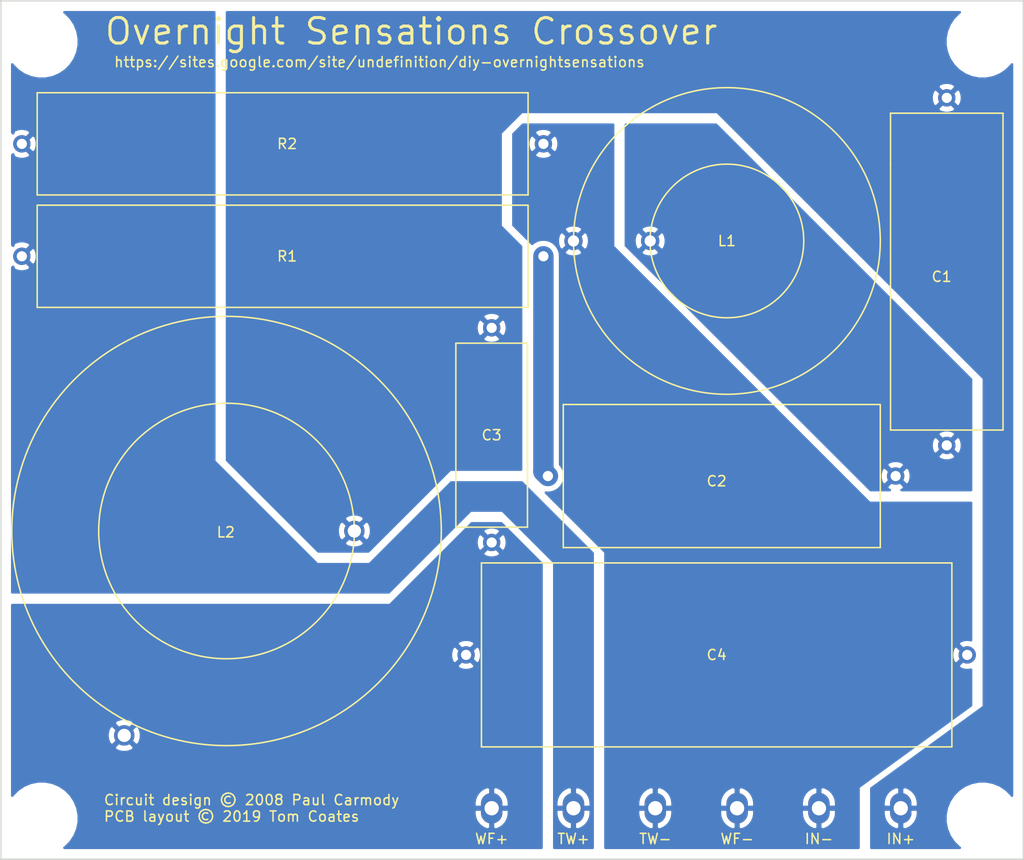
<source format=kicad_pcb>
(kicad_pcb (version 20171130) (host pcbnew "(5.1.2)-2")

  (general
    (thickness 1.6)
    (drawings 21)
    (tracks 2)
    (zones 0)
    (modules 18)
    (nets 7)
  )

  (page A4)
  (layers
    (0 F.Cu signal)
    (31 B.Cu signal)
    (37 F.SilkS user)
    (38 B.Mask user)
    (39 F.Mask user)
    (44 Edge.Cuts user)
    (45 Margin user)
    (46 B.CrtYd user)
    (47 F.CrtYd user)
  )

  (setup
    (last_trace_width 2)
    (user_trace_width 1)
    (user_trace_width 2)
    (trace_clearance 0.2)
    (zone_clearance 0.508)
    (zone_45_only no)
    (trace_min 0.2)
    (via_size 0.8)
    (via_drill 0.4)
    (via_min_size 0.4)
    (via_min_drill 0.3)
    (uvia_size 0.3)
    (uvia_drill 0.1)
    (uvias_allowed no)
    (uvia_min_size 0.2)
    (uvia_min_drill 0.1)
    (edge_width 0.15)
    (segment_width 0.2)
    (pcb_text_width 0.3)
    (pcb_text_size 1.5 1.5)
    (mod_edge_width 0.15)
    (mod_text_size 1 1)
    (mod_text_width 0.15)
    (pad_size 3.5 3.5)
    (pad_drill 3.5)
    (pad_to_mask_clearance 0.051)
    (solder_mask_min_width 0.25)
    (aux_axis_origin 0 0)
    (visible_elements FFFFFF7F)
    (pcbplotparams
      (layerselection 0x01060_fffffffe)
      (usegerberextensions false)
      (usegerberattributes false)
      (usegerberadvancedattributes false)
      (creategerberjobfile false)
      (excludeedgelayer true)
      (linewidth 0.100000)
      (plotframeref false)
      (viasonmask false)
      (mode 1)
      (useauxorigin false)
      (hpglpennumber 1)
      (hpglpenspeed 20)
      (hpglpendiameter 15.000000)
      (psnegative false)
      (psa4output false)
      (plotreference true)
      (plotvalue false)
      (plotinvisibletext false)
      (padsonsilk false)
      (subtractmaskfromsilk false)
      (outputformat 1)
      (mirror false)
      (drillshape 0)
      (scaleselection 1)
      (outputdirectory ""))
  )

  (net 0 "")
  (net 1 "Net-(C1-Pad1)")
  (net 2 "Net-(C1-Pad2)")
  (net 3 "Net-(C2-Pad1)")
  (net 4 "Net-(C3-Pad1)")
  (net 5 GND)
  (net 6 "Net-(J3-Pad1)")

  (net_class Default "This is the default net class."
    (clearance 0.2)
    (trace_width 0.25)
    (via_dia 0.8)
    (via_drill 0.4)
    (uvia_dia 0.3)
    (uvia_drill 0.1)
    (add_net GND)
    (add_net "Net-(C1-Pad1)")
    (add_net "Net-(C1-Pad2)")
    (add_net "Net-(C2-Pad1)")
    (add_net "Net-(C3-Pad1)")
    (add_net "Net-(J3-Pad1)")
  )

  (module Crossover:NPTH_3.5mm_antipad_7mm (layer F.Cu) (tedit 5D364850) (tstamp 5D363208)
    (at 147 122)
    (path /5D34BBDF)
    (fp_text reference NPTH4 (at 0 4.5) (layer F.SilkS) hide
      (effects (font (size 1 1) (thickness 0.15)))
    )
    (fp_text value 3.5mm (at 0 -4.5) (layer F.Fab)
      (effects (font (size 1 1) (thickness 0.15)))
    )
    (pad "" np_thru_hole circle (at 0 0) (size 3.5 3.5) (drill 3.5) (layers *.Cu *.Mask)
      (clearance 1.75))
  )

  (module Crossover:NPTH_3.5mm_antipad_7mm (layer F.Cu) (tedit 5D364850) (tstamp 5D363214)
    (at 147 46)
    (path /5D34BB19)
    (fp_text reference NPTH3 (at 0 4.5) (layer F.SilkS) hide
      (effects (font (size 1 1) (thickness 0.15)))
    )
    (fp_text value 3.5mm (at 0 -4.5) (layer F.Fab)
      (effects (font (size 1 1) (thickness 0.15)))
    )
    (pad "" np_thru_hole circle (at 0 0) (size 3.5 3.5) (drill 3.5) (layers *.Cu *.Mask)
      (clearance 1.75))
  )

  (module Crossover:NPTH_3.5mm_antipad_7mm (layer F.Cu) (tedit 5D364850) (tstamp 5D363220)
    (at 55 122)
    (path /5D34BA53)
    (fp_text reference NPTH2 (at 0 4.5) (layer F.SilkS) hide
      (effects (font (size 1 1) (thickness 0.15)))
    )
    (fp_text value 3.5mm (at 0 -4.5) (layer F.Fab)
      (effects (font (size 1 1) (thickness 0.15)))
    )
    (pad "" np_thru_hole circle (at 0 0) (size 3.5 3.5) (drill 3.5) (layers *.Cu *.Mask)
      (clearance 1.75))
  )

  (module Crossover:NPTH_3.5mm_antipad_7mm (layer F.Cu) (tedit 5D364850) (tstamp 5D36322C)
    (at 55 46)
    (path /5D34B1E5)
    (fp_text reference NPTH1 (at 0 4.5) (layer F.SilkS) hide
      (effects (font (size 1 1) (thickness 0.15)))
    )
    (fp_text value 3.5mm (at 0 -4.5) (layer F.Fab)
      (effects (font (size 1 1) (thickness 0.15)))
    )
    (pad "" np_thru_hole circle (at 0 0) (size 3.5 3.5) (drill 3.5) (layers *.Cu *.Mask)
      (clearance 1.75))
  )

  (module Crossover:DMPC-6.8 (layer F.Cu) (tedit 5D363E45) (tstamp 5D326BEF)
    (at 121 106 180)
    (path /5D2A393C)
    (fp_text reference C4 (at 0 0) (layer F.SilkS)
      (effects (font (size 1 1) (thickness 0.15)))
    )
    (fp_text value 6u8 (at -19.5 10) (layer F.Fab)
      (effects (font (size 1 1) (thickness 0.15)))
    )
    (fp_line (start -23 -1) (end -23 -9) (layer F.CrtYd) (width 0.12))
    (fp_line (start -25.5 -1) (end -23 -1) (layer F.CrtYd) (width 0.12))
    (fp_line (start -25.5 1) (end -25.5 -1) (layer F.CrtYd) (width 0.12))
    (fp_line (start -23 1) (end -25.5 1) (layer F.CrtYd) (width 0.12))
    (fp_line (start -23 9) (end -23 1) (layer F.CrtYd) (width 0.12))
    (fp_line (start 23 9) (end -23 9) (layer F.CrtYd) (width 0.12))
    (fp_line (start 23 1) (end 23 9) (layer F.CrtYd) (width 0.12))
    (fp_line (start 25.5 1) (end 23 1) (layer F.CrtYd) (width 0.12))
    (fp_line (start 25.5 -1) (end 25.5 1) (layer F.CrtYd) (width 0.12))
    (fp_line (start 23 -1) (end 25.5 -1) (layer F.CrtYd) (width 0.12))
    (fp_line (start 23 -9) (end 23 -1) (layer F.CrtYd) (width 0.12))
    (fp_line (start -23 -9) (end 23 -9) (layer F.CrtYd) (width 0.12))
    (fp_line (start -23 0) (end -23 -9) (layer F.SilkS) (width 0.15))
    (fp_line (start -23 -9) (end 23 -9) (layer F.SilkS) (width 0.15))
    (fp_line (start 23 -9) (end 23 9) (layer F.SilkS) (width 0.15))
    (fp_line (start 23 9) (end -23 9) (layer F.SilkS) (width 0.15))
    (fp_line (start -23 9) (end -23 0) (layer F.SilkS) (width 0.15))
    (pad 1 thru_hole circle (at -24.5 0 180) (size 1.7 1.7) (drill 1) (layers *.Cu *.Mask)
      (net 5 GND))
    (pad 2 thru_hole circle (at 24.5 0 180) (size 1.7 1.7) (drill 1) (layers *.Cu *.Mask)
      (net 4 "Net-(C3-Pad1)"))
  )

  (module Crossover:255-252 (layer F.Cu) (tedit 5D3257B5) (tstamp 5D326645)
    (at 73.075001 93.875001 90)
    (path /5D2A36E4)
    (fp_text reference L2 (at -0.124999 -0.075001 180) (layer F.SilkS)
      (effects (font (size 1 1) (thickness 0.15)))
    )
    (fp_text value 1m1 (at 0 0 90) (layer F.Fab)
      (effects (font (size 1 1) (thickness 0.15)))
    )
    (fp_circle (center 0 0) (end 21 0) (layer F.SilkS) (width 0.15))
    (fp_circle (center 0 0) (end 12.5 0) (layer F.SilkS) (width 0.15))
    (fp_line (start -21 -21) (end 21 -21) (layer F.CrtYd) (width 0.12))
    (fp_line (start 21 -21) (end 21 21) (layer F.CrtYd) (width 0.12))
    (fp_line (start 21 21) (end -21 21) (layer F.CrtYd) (width 0.12))
    (fp_line (start -21 21) (end -21 -9) (layer F.CrtYd) (width 0.12))
    (fp_line (start -21 -9) (end -21 -21) (layer F.CrtYd) (width 0.12))
    (pad 1 thru_hole circle (at 0 12.5 90) (size 2 2) (drill 1.3) (layers *.Cu *.Mask)
      (net 2 "Net-(C1-Pad2)"))
    (pad 2 thru_hole circle (at -20 -10 90) (size 2 2) (drill 1.3) (layers *.Cu *.Mask)
      (net 4 "Net-(C3-Pad1)"))
  )

  (module Crossover:DMPC-1.5 (layer F.Cu) (tedit 5D325813) (tstamp 5D326FB8)
    (at 143.5 68.5 90)
    (path /5D2A30F2)
    (fp_text reference C1 (at -0.5 -0.5 180) (layer F.SilkS)
      (effects (font (size 1 1) (thickness 0.15)))
    )
    (fp_text value 1u5 (at -12 6.5 90) (layer F.Fab)
      (effects (font (size 1 1) (thickness 0.15)))
    )
    (fp_line (start -15.5 -5.5) (end 10.5 -5.5) (layer F.SilkS) (width 0.15))
    (fp_line (start 10.5 -5.5) (end 15.5 -5.5) (layer F.SilkS) (width 0.15))
    (fp_line (start 15.5 -5.5) (end 15.5 5.5) (layer F.SilkS) (width 0.15))
    (fp_line (start 15.5 5.5) (end -15.5 5.5) (layer F.SilkS) (width 0.15))
    (fp_line (start -15.5 5.5) (end -15.5 -5.5) (layer F.SilkS) (width 0.15))
    (fp_line (start -15.5 -5.5) (end 15.5 -5.5) (layer F.CrtYd) (width 0.15))
    (fp_line (start 15.5 5.5) (end -15.5 5.5) (layer F.CrtYd) (width 0.15))
    (fp_line (start 15.5 -5.5) (end 15.5 -1) (layer F.CrtYd) (width 0.12))
    (fp_line (start 15.5 -1) (end 18 -1) (layer F.CrtYd) (width 0.12))
    (fp_line (start 18 -1) (end 18 1) (layer F.CrtYd) (width 0.12))
    (fp_line (start 18 1) (end 15.5 1) (layer F.CrtYd) (width 0.12))
    (fp_line (start 15.5 1) (end 15.5 5.5) (layer F.CrtYd) (width 0.12))
    (fp_line (start -15.5 5.5) (end -15.5 1) (layer F.CrtYd) (width 0.12))
    (fp_line (start -15.5 1) (end -18 1) (layer F.CrtYd) (width 0.12))
    (fp_line (start -18 1) (end -18 -1) (layer F.CrtYd) (width 0.12))
    (fp_line (start -18 -1) (end -15.5 -1) (layer F.CrtYd) (width 0.12))
    (fp_line (start -15.5 -1) (end -15.5 -5.5) (layer F.CrtYd) (width 0.12))
    (pad 1 thru_hole circle (at -17 0 90) (size 1.7 1.7) (drill 1) (layers *.Cu *.Mask)
      (net 1 "Net-(C1-Pad1)"))
    (pad 2 thru_hole circle (at 17 0 90) (size 1.7 1.7) (drill 1) (layers *.Cu *.Mask)
      (net 2 "Net-(C1-Pad2)"))
  )

  (module Crossover:DMPC-2.2 (layer F.Cu) (tedit 5D325841) (tstamp 5D326AFD)
    (at 121.5 88.5)
    (path /5D2A3208)
    (fp_text reference C2 (at -0.5 0.5) (layer F.SilkS)
      (effects (font (size 1 1) (thickness 0.15)))
    )
    (fp_text value 2u2 (at -12 8) (layer F.Fab)
      (effects (font (size 1 1) (thickness 0.15)))
    )
    (fp_line (start -15.5 -7) (end 15.5 -7) (layer F.SilkS) (width 0.15))
    (fp_line (start 15.5 -7) (end 15.5 7) (layer F.SilkS) (width 0.15))
    (fp_line (start 15.5 7) (end -15.5 7) (layer F.SilkS) (width 0.15))
    (fp_line (start -15.5 7) (end -15.5 -7) (layer F.SilkS) (width 0.15))
    (fp_line (start -15.5 -7) (end 15.5 -7) (layer F.CrtYd) (width 0.15))
    (fp_line (start 15.5 7) (end -15.5 7) (layer F.CrtYd) (width 0.15))
    (fp_line (start -15.5 7) (end -15.5 1) (layer F.CrtYd) (width 0.12))
    (fp_line (start -15.5 1) (end -18 1) (layer F.CrtYd) (width 0.12))
    (fp_line (start -18 1) (end -18 -1) (layer F.CrtYd) (width 0.12))
    (fp_line (start -18 -1) (end -15.5 -1) (layer F.CrtYd) (width 0.12))
    (fp_line (start -15.5 -1) (end -15.5 -7) (layer F.CrtYd) (width 0.12))
    (fp_line (start 15.5 -7) (end 15.5 -1) (layer F.CrtYd) (width 0.12))
    (fp_line (start 15.5 -1) (end 18 -1) (layer F.CrtYd) (width 0.12))
    (fp_line (start 18 -1) (end 18 1) (layer F.CrtYd) (width 0.12))
    (fp_line (start 18 1) (end 15.5 1) (layer F.CrtYd) (width 0.12))
    (fp_line (start 15.5 1) (end 15.5 7) (layer F.CrtYd) (width 0.12))
    (pad 1 thru_hole circle (at -17 0) (size 1.7 1.7) (drill 1) (layers *.Cu *.Mask)
      (net 3 "Net-(C2-Pad1)"))
    (pad 2 thru_hole circle (at 17 0) (size 1.7 1.7) (drill 1) (layers *.Cu *.Mask)
      (net 1 "Net-(C1-Pad1)"))
  )

  (module Crossover:DMPC-0.22 (layer F.Cu) (tedit 5D3257DE) (tstamp 5D3265DB)
    (at 99 84.5 90)
    (path /5D2A3694)
    (fp_text reference C3 (at 0 0 180) (layer F.SilkS)
      (effects (font (size 1 1) (thickness 0.15)))
    )
    (fp_text value 220n (at -5 4.5 90) (layer F.Fab)
      (effects (font (size 1 1) (thickness 0.15)))
    )
    (fp_line (start -9 -3.5) (end 9 -3.5) (layer F.SilkS) (width 0.15))
    (fp_line (start 9 -3.5) (end 9 3.5) (layer F.SilkS) (width 0.15))
    (fp_line (start 9 3.5) (end -9 3.5) (layer F.SilkS) (width 0.15))
    (fp_line (start -9 3.5) (end -9 -3.5) (layer F.SilkS) (width 0.15))
    (fp_line (start -9 -3.5) (end 9 -3.5) (layer F.CrtYd) (width 0.12))
    (fp_line (start 9 -3.5) (end 9 -1) (layer F.CrtYd) (width 0.12))
    (fp_line (start 9 -1) (end 11.5 -1) (layer F.CrtYd) (width 0.12))
    (fp_line (start 11.5 -1) (end 11.5 1) (layer F.CrtYd) (width 0.12))
    (fp_line (start 11.5 1) (end 9 1) (layer F.CrtYd) (width 0.12))
    (fp_line (start 9 1) (end 9 3.5) (layer F.CrtYd) (width 0.12))
    (fp_line (start 9 3.5) (end -9 3.5) (layer F.CrtYd) (width 0.12))
    (fp_line (start -9 3.5) (end -9 1) (layer F.CrtYd) (width 0.12))
    (fp_line (start -9 1) (end -11.5 1) (layer F.CrtYd) (width 0.12))
    (fp_line (start -11.5 1) (end -11.5 -1) (layer F.CrtYd) (width 0.12))
    (fp_line (start -11.5 -1) (end -9 -1) (layer F.CrtYd) (width 0.12))
    (fp_line (start -9 -1) (end -9 -3.5) (layer F.CrtYd) (width 0.12))
    (pad 1 thru_hole circle (at -10.5 0 90) (size 1.7 1.7) (drill 1) (layers *.Cu *.Mask)
      (net 4 "Net-(C3-Pad1)"))
    (pad 2 thru_hole circle (at 10.5 0 90) (size 1.7 1.7) (drill 1) (layers *.Cu *.Mask)
      (net 2 "Net-(C1-Pad2)"))
  )

  (module Crossover:TAB_378005.68 (layer F.Cu) (tedit 5D322A3F) (tstamp 5D3505B5)
    (at 139 121 90)
    (path /5D2A2FF5)
    (fp_text reference J1 (at 0 -2 90) (layer F.SilkS) hide
      (effects (font (size 1 1) (thickness 0.15)))
    )
    (fp_text value IN+ (at 0 2 90) (layer F.Fab)
      (effects (font (size 1 1) (thickness 0.15)))
    )
    (fp_line (start -1.6 -1.2) (end 1.6 -1.2) (layer F.CrtYd) (width 0.15))
    (fp_line (start 1.6 -1.2) (end 1.6 1.2) (layer F.CrtYd) (width 0.15))
    (fp_line (start 1.6 1.2) (end -1.6 1.2) (layer F.CrtYd) (width 0.15))
    (fp_line (start -1.6 1.2) (end -1.6 -1.2) (layer F.CrtYd) (width 0.15))
    (pad 1 thru_hole oval (at 0 0 90) (size 3 2.1) (drill 1.4) (layers *.Cu *.Mask)
      (net 2 "Net-(C1-Pad2)"))
  )

  (module Crossover:TAB_378005.68 (layer F.Cu) (tedit 5D322A3F) (tstamp 5D326604)
    (at 131 121 90)
    (path /5D2A307E)
    (fp_text reference J2 (at 0 -2 90) (layer F.SilkS) hide
      (effects (font (size 1 1) (thickness 0.15)))
    )
    (fp_text value IN- (at 0 2 90) (layer F.Fab)
      (effects (font (size 1 1) (thickness 0.15)))
    )
    (fp_line (start -1.6 1.2) (end -1.6 -1.2) (layer F.CrtYd) (width 0.15))
    (fp_line (start 1.6 1.2) (end -1.6 1.2) (layer F.CrtYd) (width 0.15))
    (fp_line (start 1.6 -1.2) (end 1.6 1.2) (layer F.CrtYd) (width 0.15))
    (fp_line (start -1.6 -1.2) (end 1.6 -1.2) (layer F.CrtYd) (width 0.15))
    (pad 1 thru_hole oval (at 0 0 90) (size 3 2.1) (drill 1.4) (layers *.Cu *.Mask)
      (net 5 GND))
  )

  (module Crossover:TAB_378005.68 (layer F.Cu) (tedit 5D322A3F) (tstamp 5D32660D)
    (at 107 121 90)
    (path /5D2A3431)
    (fp_text reference J3 (at 0 -2 90) (layer F.SilkS) hide
      (effects (font (size 1 1) (thickness 0.15)))
    )
    (fp_text value TW+ (at 0 2 90) (layer F.Fab)
      (effects (font (size 1 1) (thickness 0.15)))
    )
    (fp_line (start -1.6 -1.2) (end 1.6 -1.2) (layer F.CrtYd) (width 0.15))
    (fp_line (start 1.6 -1.2) (end 1.6 1.2) (layer F.CrtYd) (width 0.15))
    (fp_line (start 1.6 1.2) (end -1.6 1.2) (layer F.CrtYd) (width 0.15))
    (fp_line (start -1.6 1.2) (end -1.6 -1.2) (layer F.CrtYd) (width 0.15))
    (pad 1 thru_hole oval (at 0 0 90) (size 3 2.1) (drill 1.4) (layers *.Cu *.Mask)
      (net 6 "Net-(J3-Pad1)"))
  )

  (module Crossover:TAB_378005.68 (layer F.Cu) (tedit 5D322A3F) (tstamp 5D350541)
    (at 115 121 90)
    (path /5D2A3438)
    (fp_text reference J4 (at 0 -2 90) (layer F.SilkS) hide
      (effects (font (size 1 1) (thickness 0.15)))
    )
    (fp_text value TW- (at 0 2 90) (layer F.Fab)
      (effects (font (size 1 1) (thickness 0.15)))
    )
    (fp_line (start -1.6 1.2) (end -1.6 -1.2) (layer F.CrtYd) (width 0.15))
    (fp_line (start 1.6 1.2) (end -1.6 1.2) (layer F.CrtYd) (width 0.15))
    (fp_line (start 1.6 -1.2) (end 1.6 1.2) (layer F.CrtYd) (width 0.15))
    (fp_line (start -1.6 -1.2) (end 1.6 -1.2) (layer F.CrtYd) (width 0.15))
    (pad 1 thru_hole oval (at 0 0 90) (size 3 2.1) (drill 1.4) (layers *.Cu *.Mask)
      (net 5 GND))
  )

  (module Crossover:TAB_378005.68 (layer F.Cu) (tedit 5D322A3F) (tstamp 5D350492)
    (at 99 121 90)
    (path /5D2A3661)
    (fp_text reference J5 (at 0 -2 90) (layer F.SilkS) hide
      (effects (font (size 1 1) (thickness 0.15)))
    )
    (fp_text value WF+ (at 0 2 90) (layer F.Fab)
      (effects (font (size 1 1) (thickness 0.15)))
    )
    (fp_line (start -1.6 -1.2) (end 1.6 -1.2) (layer F.CrtYd) (width 0.15))
    (fp_line (start 1.6 -1.2) (end 1.6 1.2) (layer F.CrtYd) (width 0.15))
    (fp_line (start 1.6 1.2) (end -1.6 1.2) (layer F.CrtYd) (width 0.15))
    (fp_line (start -1.6 1.2) (end -1.6 -1.2) (layer F.CrtYd) (width 0.15))
    (pad 1 thru_hole oval (at 0 0 90) (size 3 2.1) (drill 1.4) (layers *.Cu *.Mask)
      (net 4 "Net-(C3-Pad1)"))
  )

  (module Crossover:TAB_378005.68 (layer F.Cu) (tedit 5D322A3F) (tstamp 5D326628)
    (at 123 121 90)
    (path /5D2A3668)
    (fp_text reference J6 (at 0 -2 90) (layer F.SilkS) hide
      (effects (font (size 1 1) (thickness 0.15)))
    )
    (fp_text value WF- (at 0 2 90) (layer F.Fab)
      (effects (font (size 1 1) (thickness 0.15)))
    )
    (fp_line (start -1.6 1.2) (end -1.6 -1.2) (layer F.CrtYd) (width 0.15))
    (fp_line (start 1.6 1.2) (end -1.6 1.2) (layer F.CrtYd) (width 0.15))
    (fp_line (start 1.6 -1.2) (end 1.6 1.2) (layer F.CrtYd) (width 0.15))
    (fp_line (start -1.6 -1.2) (end 1.6 -1.2) (layer F.CrtYd) (width 0.15))
    (pad 1 thru_hole oval (at 0 0 90) (size 3 2.1) (drill 1.4) (layers *.Cu *.Mask)
      (net 5 GND))
  )

  (module Crossover:255-030 (layer F.Cu) (tedit 5D32573E) (tstamp 5D3279B4)
    (at 122 65.5)
    (path /5D2A3197)
    (fp_text reference L1 (at 0 0) (layer F.SilkS)
      (effects (font (size 1 1) (thickness 0.15)))
    )
    (fp_text value 350m (at 0 0.25) (layer F.Fab)
      (effects (font (size 1 1) (thickness 0.15)))
    )
    (fp_circle (center 0 0) (end 15 0) (layer F.SilkS) (width 0.15))
    (fp_circle (center 0 0) (end 7.5 0.5) (layer F.SilkS) (width 0.15))
    (fp_line (start -15 -15) (end 15 -15) (layer F.CrtYd) (width 0.12))
    (fp_line (start 15 -15) (end 15 15) (layer F.CrtYd) (width 0.12))
    (fp_line (start 15 15) (end -15 15) (layer F.CrtYd) (width 0.12))
    (fp_line (start -15 15) (end -15 1) (layer F.CrtYd) (width 0.12))
    (fp_line (start -15 1) (end -16 1) (layer F.CrtYd) (width 0.12))
    (fp_line (start -16 1) (end -16 -1) (layer F.CrtYd) (width 0.12))
    (fp_line (start -16 -1) (end -15 -1) (layer F.CrtYd) (width 0.12))
    (fp_line (start -15 -1) (end -15 -15) (layer F.CrtYd) (width 0.12))
    (pad 1 thru_hole circle (at -15 0) (size 1.8 1.8) (drill 1.1) (layers *.Cu *.Mask)
      (net 5 GND))
    (pad 2 thru_hole circle (at -7.5 0) (size 1.8 1.8) (drill 1.1) (layers *.Cu *.Mask)
      (net 1 "Net-(C1-Pad1)"))
  )

  (module Crossover:DNR_10W (layer F.Cu) (tedit 5D3258F0) (tstamp 5D32723F)
    (at 78.560001 67)
    (path /5D2A3258)
    (fp_text reference R1 (at 0.439999 0) (layer F.SilkS)
      (effects (font (size 1 1) (thickness 0.15)))
    )
    (fp_text value 6R (at -21 6) (layer F.Fab)
      (effects (font (size 1 1) (thickness 0.15)))
    )
    (fp_line (start -24 -5) (end 24 -5) (layer F.SilkS) (width 0.15))
    (fp_line (start 24 -5) (end 24 5) (layer F.SilkS) (width 0.15))
    (fp_line (start 24 5) (end -24 5) (layer F.SilkS) (width 0.15))
    (fp_line (start -24 5) (end -24 -5) (layer F.SilkS) (width 0.15))
    (fp_line (start -24 -5) (end 24 -5) (layer F.CrtYd) (width 0.15))
    (fp_line (start 24 5) (end -24 5) (layer F.CrtYd) (width 0.15))
    (fp_line (start 24 -5) (end 24 -1) (layer F.CrtYd) (width 0.12))
    (fp_line (start 24 -1) (end 26.5 -1) (layer F.CrtYd) (width 0.12))
    (fp_line (start 26.5 -1) (end 26.5 1) (layer F.CrtYd) (width 0.12))
    (fp_line (start 26.5 1) (end 24 1) (layer F.CrtYd) (width 0.12))
    (fp_line (start 24 1) (end 24 5) (layer F.CrtYd) (width 0.12))
    (fp_line (start -24 5) (end -24 1) (layer F.CrtYd) (width 0.12))
    (fp_line (start -24 1) (end -26.5 1) (layer F.CrtYd) (width 0.12))
    (fp_line (start -26.5 1) (end -26.5 -1) (layer F.CrtYd) (width 0.12))
    (fp_line (start -26.5 -1) (end -24 -1) (layer F.CrtYd) (width 0.12))
    (fp_line (start -24 -1) (end -24 -5) (layer F.CrtYd) (width 0.12))
    (pad 1 thru_hole circle (at -25.5 0) (size 1.7 1.7) (drill 1) (layers *.Cu *.Mask)
      (net 6 "Net-(J3-Pad1)"))
    (pad 2 thru_hole circle (at 25.5 0) (size 1.7 1.7) (drill 1) (layers *.Cu *.Mask)
      (net 3 "Net-(C2-Pad1)"))
  )

  (module Crossover:DNR_10W (layer F.Cu) (tedit 5D3258F0) (tstamp 5D3272E9)
    (at 78.560001 56)
    (path /5D2A32DD)
    (fp_text reference R2 (at 0.439999 0) (layer F.SilkS)
      (effects (font (size 1 1) (thickness 0.15)))
    )
    (fp_text value 10R (at -21 6) (layer F.Fab)
      (effects (font (size 1 1) (thickness 0.15)))
    )
    (fp_line (start -24 -1) (end -24 -5) (layer F.CrtYd) (width 0.12))
    (fp_line (start -26.5 -1) (end -24 -1) (layer F.CrtYd) (width 0.12))
    (fp_line (start -26.5 1) (end -26.5 -1) (layer F.CrtYd) (width 0.12))
    (fp_line (start -24 1) (end -26.5 1) (layer F.CrtYd) (width 0.12))
    (fp_line (start -24 5) (end -24 1) (layer F.CrtYd) (width 0.12))
    (fp_line (start 24 1) (end 24 5) (layer F.CrtYd) (width 0.12))
    (fp_line (start 26.5 1) (end 24 1) (layer F.CrtYd) (width 0.12))
    (fp_line (start 26.5 -1) (end 26.5 1) (layer F.CrtYd) (width 0.12))
    (fp_line (start 24 -1) (end 26.5 -1) (layer F.CrtYd) (width 0.12))
    (fp_line (start 24 -5) (end 24 -1) (layer F.CrtYd) (width 0.12))
    (fp_line (start 24 5) (end -24 5) (layer F.CrtYd) (width 0.15))
    (fp_line (start -24 -5) (end 24 -5) (layer F.CrtYd) (width 0.15))
    (fp_line (start -24 5) (end -24 -5) (layer F.SilkS) (width 0.15))
    (fp_line (start 24 5) (end -24 5) (layer F.SilkS) (width 0.15))
    (fp_line (start 24 -5) (end 24 5) (layer F.SilkS) (width 0.15))
    (fp_line (start -24 -5) (end 24 -5) (layer F.SilkS) (width 0.15))
    (pad 2 thru_hole circle (at 25.5 0) (size 1.7 1.7) (drill 1) (layers *.Cu *.Mask)
      (net 5 GND))
    (pad 1 thru_hole circle (at -25.5 0) (size 1.7 1.7) (drill 1) (layers *.Cu *.Mask)
      (net 6 "Net-(J3-Pad1)"))
  )

  (gr_text "Circuit design © 2008 Paul Carmody\nPCB layout © 2019 Tom Coates" (at 61 121) (layer F.SilkS)
    (effects (font (size 1 1) (thickness 0.15)) (justify left))
  )
  (gr_text https://sites.google.com/site/undefinition/diy-overnightsensations (at 62 48) (layer F.SilkS)
    (effects (font (size 1 1) (thickness 0.15)) (justify left))
  )
  (gr_text "Overnight Sensations Crossover" (at 61 45) (layer F.SilkS)
    (effects (font (size 2.5 2.5) (thickness 0.3)) (justify left))
  )
  (gr_line (start 51 126) (end 51 119) (layer Edge.Cuts) (width 0.15) (tstamp 5D348D70))
  (gr_line (start 151 126) (end 51 126) (layer Edge.Cuts) (width 0.15))
  (gr_line (start 151 119) (end 151 126) (layer Edge.Cuts) (width 0.15))
  (gr_line (start 151 42) (end 151 49) (layer Edge.Cuts) (width 0.15) (tstamp 5D348D5D))
  (gr_line (start 51 42) (end 151 42) (layer Edge.Cuts) (width 0.15))
  (gr_line (start 51 49) (end 51 42) (layer Edge.Cuts) (width 0.15))
  (gr_line (start 51 49) (end 51 50) (layer Edge.Cuts) (width 0.15) (tstamp 5D3276F0))
  (gr_line (start 151 50) (end 151 49) (layer Edge.Cuts) (width 0.15))
  (gr_line (start 151 119) (end 151 116) (layer Edge.Cuts) (width 0.15) (tstamp 5D3276ED))
  (gr_line (start 51 116) (end 51 119) (layer Edge.Cuts) (width 0.15))
  (gr_text WF+ (at 99 124) (layer F.SilkS)
    (effects (font (size 1 1) (thickness 0.15)))
  )
  (gr_text TW+ (at 107 124) (layer F.SilkS)
    (effects (font (size 1 1) (thickness 0.15)))
  )
  (gr_text TW- (at 115 124) (layer F.SilkS)
    (effects (font (size 1 1) (thickness 0.15)))
  )
  (gr_text WF- (at 123 124) (layer F.SilkS)
    (effects (font (size 1 1) (thickness 0.15)))
  )
  (gr_text IN- (at 131 124) (layer F.SilkS)
    (effects (font (size 1 1) (thickness 0.15)))
  )
  (gr_text IN+ (at 139 124) (layer F.SilkS)
    (effects (font (size 1 1) (thickness 0.15)))
  )
  (gr_line (start 51 50) (end 51 116) (layer Edge.Cuts) (width 0.15))
  (gr_line (start 151 116) (end 151 50) (layer Edge.Cuts) (width 0.15))

  (segment (start 104.060001 88.060001) (end 104.5 88.5) (width 2) (layer B.Cu) (net 3))
  (segment (start 104.060001 67) (end 104.060001 88.060001) (width 2) (layer B.Cu) (net 3))

  (zone (net 4) (net_name "Net-(C3-Pad1)") (layer B.Cu) (tstamp 5D364925) (hatch edge 0.508)
    (connect_pads (clearance 0.508))
    (min_thickness 0.254)
    (fill yes (arc_segments 32) (thermal_gap 0.508) (thermal_bridge_width 0.508))
    (polygon
      (pts
        (xy 104 125) (xy 104 105) (xy 104 99) (xy 104 97) (xy 101 94)
        (xy 100 93) (xy 97 93) (xy 96 94) (xy 89 101) (xy 52 101)
        (xy 52 125)
      )
    )
    (filled_polygon
      (pts
        (xy 103.873 97.052606) (xy 103.873 124.873) (xy 57.22868 124.873) (xy 57.312078 124.817275) (xy 57.817275 124.312078)
        (xy 58.214206 123.718029) (xy 58.487617 123.057957) (xy 58.627 122.357228) (xy 58.627 121.642772) (xy 58.524408 121.127)
        (xy 97.315 121.127) (xy 97.315 121.577) (xy 97.372153 121.903287) (xy 97.491864 122.212154) (xy 97.669531 122.491732)
        (xy 97.898327 122.731277) (xy 98.16946 122.921583) (xy 98.47251 123.055337) (xy 98.611721 123.089654) (xy 98.873 122.970957)
        (xy 98.873 121.127) (xy 99.127 121.127) (xy 99.127 122.970957) (xy 99.388279 123.089654) (xy 99.52749 123.055337)
        (xy 99.83054 122.921583) (xy 100.101673 122.731277) (xy 100.330469 122.491732) (xy 100.508136 122.212154) (xy 100.627847 121.903287)
        (xy 100.685 121.577) (xy 100.685 121.127) (xy 99.127 121.127) (xy 98.873 121.127) (xy 97.315 121.127)
        (xy 58.524408 121.127) (xy 58.487617 120.942043) (xy 58.272623 120.423) (xy 97.315 120.423) (xy 97.315 120.873)
        (xy 98.873 120.873) (xy 98.873 119.029043) (xy 99.127 119.029043) (xy 99.127 120.873) (xy 100.685 120.873)
        (xy 100.685 120.423) (xy 100.627847 120.096713) (xy 100.508136 119.787846) (xy 100.330469 119.508268) (xy 100.101673 119.268723)
        (xy 99.83054 119.078417) (xy 99.52749 118.944663) (xy 99.388279 118.910346) (xy 99.127 119.029043) (xy 98.873 119.029043)
        (xy 98.611721 118.910346) (xy 98.47251 118.944663) (xy 98.16946 119.078417) (xy 97.898327 119.268723) (xy 97.669531 119.508268)
        (xy 97.491864 119.787846) (xy 97.372153 120.096713) (xy 97.315 120.423) (xy 58.272623 120.423) (xy 58.214206 120.281971)
        (xy 57.817275 119.687922) (xy 57.312078 119.182725) (xy 56.718029 118.785794) (xy 56.057957 118.512383) (xy 55.357228 118.373)
        (xy 54.642772 118.373) (xy 53.942043 118.512383) (xy 53.281971 118.785794) (xy 52.687922 119.182725) (xy 52.182725 119.687922)
        (xy 52.127 119.77132) (xy 52.127 115.010414) (xy 62.119193 115.010414) (xy 62.214957 115.274815) (xy 62.504572 115.415705)
        (xy 62.816109 115.497385) (xy 63.137596 115.516719) (xy 63.456676 115.472962) (xy 63.761089 115.367796) (xy 63.935045 115.274815)
        (xy 64.030809 115.010414) (xy 63.075001 114.054606) (xy 62.119193 115.010414) (xy 52.127 115.010414) (xy 52.127 113.937596)
        (xy 61.433283 113.937596) (xy 61.47704 114.256676) (xy 61.582206 114.561089) (xy 61.675187 114.735045) (xy 61.939588 114.830809)
        (xy 62.895396 113.875001) (xy 63.254606 113.875001) (xy 64.210414 114.830809) (xy 64.474815 114.735045) (xy 64.615705 114.44543)
        (xy 64.697385 114.133893) (xy 64.716719 113.812406) (xy 64.672962 113.493326) (xy 64.567796 113.188913) (xy 64.474815 113.014957)
        (xy 64.210414 112.919193) (xy 63.254606 113.875001) (xy 62.895396 113.875001) (xy 61.939588 112.919193) (xy 61.675187 113.014957)
        (xy 61.534297 113.304572) (xy 61.452617 113.616109) (xy 61.433283 113.937596) (xy 52.127 113.937596) (xy 52.127 112.739588)
        (xy 62.119193 112.739588) (xy 63.075001 113.695396) (xy 64.030809 112.739588) (xy 63.935045 112.475187) (xy 63.64543 112.334297)
        (xy 63.333893 112.252617) (xy 63.012406 112.233283) (xy 62.693326 112.27704) (xy 62.388913 112.382206) (xy 62.214957 112.475187)
        (xy 62.119193 112.739588) (xy 52.127 112.739588) (xy 52.127 107.028397) (xy 95.651208 107.028397) (xy 95.728843 107.277472)
        (xy 95.992883 107.403371) (xy 96.276411 107.475339) (xy 96.568531 107.490611) (xy 96.858019 107.448599) (xy 97.133747 107.350919)
        (xy 97.271157 107.277472) (xy 97.348792 107.028397) (xy 96.5 106.179605) (xy 95.651208 107.028397) (xy 52.127 107.028397)
        (xy 52.127 106.068531) (xy 95.009389 106.068531) (xy 95.051401 106.358019) (xy 95.149081 106.633747) (xy 95.222528 106.771157)
        (xy 95.471603 106.848792) (xy 96.320395 106) (xy 96.679605 106) (xy 97.528397 106.848792) (xy 97.777472 106.771157)
        (xy 97.903371 106.507117) (xy 97.975339 106.223589) (xy 97.990611 105.931469) (xy 97.948599 105.641981) (xy 97.850919 105.366253)
        (xy 97.777472 105.228843) (xy 97.528397 105.151208) (xy 96.679605 106) (xy 96.320395 106) (xy 95.471603 105.151208)
        (xy 95.222528 105.228843) (xy 95.096629 105.492883) (xy 95.024661 105.776411) (xy 95.009389 106.068531) (xy 52.127 106.068531)
        (xy 52.127 104.971603) (xy 95.651208 104.971603) (xy 96.5 105.820395) (xy 97.348792 104.971603) (xy 97.271157 104.722528)
        (xy 97.007117 104.596629) (xy 96.723589 104.524661) (xy 96.431469 104.509389) (xy 96.141981 104.551401) (xy 95.866253 104.649081)
        (xy 95.728843 104.722528) (xy 95.651208 104.971603) (xy 52.127 104.971603) (xy 52.127 101.127) (xy 89 101.127)
        (xy 89.024776 101.12456) (xy 89.048601 101.117333) (xy 89.070557 101.105597) (xy 89.089803 101.089803) (xy 94.151209 96.028397)
        (xy 98.151208 96.028397) (xy 98.228843 96.277472) (xy 98.492883 96.403371) (xy 98.776411 96.475339) (xy 99.068531 96.490611)
        (xy 99.358019 96.448599) (xy 99.633747 96.350919) (xy 99.771157 96.277472) (xy 99.848792 96.028397) (xy 99 95.179605)
        (xy 98.151208 96.028397) (xy 94.151209 96.028397) (xy 95.111075 95.068531) (xy 97.509389 95.068531) (xy 97.551401 95.358019)
        (xy 97.649081 95.633747) (xy 97.722528 95.771157) (xy 97.971603 95.848792) (xy 98.820395 95) (xy 99.179605 95)
        (xy 100.028397 95.848792) (xy 100.277472 95.771157) (xy 100.403371 95.507117) (xy 100.475339 95.223589) (xy 100.490611 94.931469)
        (xy 100.448599 94.641981) (xy 100.350919 94.366253) (xy 100.277472 94.228843) (xy 100.028397 94.151208) (xy 99.179605 95)
        (xy 98.820395 95) (xy 97.971603 94.151208) (xy 97.722528 94.228843) (xy 97.596629 94.492883) (xy 97.524661 94.776411)
        (xy 97.509389 95.068531) (xy 95.111075 95.068531) (xy 96.208003 93.971603) (xy 98.151208 93.971603) (xy 99 94.820395)
        (xy 99.848792 93.971603) (xy 99.771157 93.722528) (xy 99.507117 93.596629) (xy 99.223589 93.524661) (xy 98.931469 93.509389)
        (xy 98.641981 93.551401) (xy 98.366253 93.649081) (xy 98.228843 93.722528) (xy 98.151208 93.971603) (xy 96.208003 93.971603)
        (xy 97.052606 93.127) (xy 99.947394 93.127)
      )
    )
  )
  (zone (net 5) (net_name GND) (layer B.Cu) (tstamp 5D364922) (hatch edge 0.508)
    (connect_pads (clearance 0.508))
    (min_thickness 0.254)
    (fill yes (arc_segments 32) (thermal_gap 0.508) (thermal_bridge_width 0.508))
    (polygon
      (pts
        (xy 101 55) (xy 101 64) (xy 103 66) (xy 103 89) (xy 110 96)
        (xy 110 125) (xy 135 125) (xy 135 119) (xy 146 111) (xy 146 91)
        (xy 136 91) (xy 111 66) (xy 111 54) (xy 102 54)
      )
    )
    (filled_polygon
      (pts
        (xy 110.873 66) (xy 110.87544 66.024776) (xy 110.882667 66.048601) (xy 110.894403 66.070557) (xy 110.910197 66.089803)
        (xy 135.910197 91.089803) (xy 135.929443 91.105597) (xy 135.951399 91.117333) (xy 135.975224 91.12456) (xy 136 91.127)
        (xy 145.873 91.127) (xy 145.873 104.562586) (xy 145.723589 104.524661) (xy 145.431469 104.509389) (xy 145.141981 104.551401)
        (xy 144.866253 104.649081) (xy 144.728843 104.722528) (xy 144.651208 104.971603) (xy 145.5 105.820395) (xy 145.514143 105.806253)
        (xy 145.693748 105.985858) (xy 145.679605 106) (xy 145.693748 106.014143) (xy 145.514143 106.193748) (xy 145.5 106.179605)
        (xy 144.651208 107.028397) (xy 144.728843 107.277472) (xy 144.992883 107.403371) (xy 145.276411 107.475339) (xy 145.568531 107.490611)
        (xy 145.858019 107.448599) (xy 145.873 107.443292) (xy 145.873 110.935329) (xy 134.925302 118.897291) (xy 134.9067 118.913837)
        (xy 134.891683 118.933694) (xy 134.880829 118.9561) (xy 134.874554 118.980193) (xy 134.873 119) (xy 134.873 124.873)
        (xy 110.127 124.873) (xy 110.127 121.127) (xy 113.315 121.127) (xy 113.315 121.577) (xy 113.372153 121.903287)
        (xy 113.491864 122.212154) (xy 113.669531 122.491732) (xy 113.898327 122.731277) (xy 114.16946 122.921583) (xy 114.47251 123.055337)
        (xy 114.611721 123.089654) (xy 114.873 122.970957) (xy 114.873 121.127) (xy 115.127 121.127) (xy 115.127 122.970957)
        (xy 115.388279 123.089654) (xy 115.52749 123.055337) (xy 115.83054 122.921583) (xy 116.101673 122.731277) (xy 116.330469 122.491732)
        (xy 116.508136 122.212154) (xy 116.627847 121.903287) (xy 116.685 121.577) (xy 116.685 121.127) (xy 121.315 121.127)
        (xy 121.315 121.577) (xy 121.372153 121.903287) (xy 121.491864 122.212154) (xy 121.669531 122.491732) (xy 121.898327 122.731277)
        (xy 122.16946 122.921583) (xy 122.47251 123.055337) (xy 122.611721 123.089654) (xy 122.873 122.970957) (xy 122.873 121.127)
        (xy 123.127 121.127) (xy 123.127 122.970957) (xy 123.388279 123.089654) (xy 123.52749 123.055337) (xy 123.83054 122.921583)
        (xy 124.101673 122.731277) (xy 124.330469 122.491732) (xy 124.508136 122.212154) (xy 124.627847 121.903287) (xy 124.685 121.577)
        (xy 124.685 121.127) (xy 129.315 121.127) (xy 129.315 121.577) (xy 129.372153 121.903287) (xy 129.491864 122.212154)
        (xy 129.669531 122.491732) (xy 129.898327 122.731277) (xy 130.16946 122.921583) (xy 130.47251 123.055337) (xy 130.611721 123.089654)
        (xy 130.873 122.970957) (xy 130.873 121.127) (xy 131.127 121.127) (xy 131.127 122.970957) (xy 131.388279 123.089654)
        (xy 131.52749 123.055337) (xy 131.83054 122.921583) (xy 132.101673 122.731277) (xy 132.330469 122.491732) (xy 132.508136 122.212154)
        (xy 132.627847 121.903287) (xy 132.685 121.577) (xy 132.685 121.127) (xy 131.127 121.127) (xy 130.873 121.127)
        (xy 129.315 121.127) (xy 124.685 121.127) (xy 123.127 121.127) (xy 122.873 121.127) (xy 121.315 121.127)
        (xy 116.685 121.127) (xy 115.127 121.127) (xy 114.873 121.127) (xy 113.315 121.127) (xy 110.127 121.127)
        (xy 110.127 120.423) (xy 113.315 120.423) (xy 113.315 120.873) (xy 114.873 120.873) (xy 114.873 119.029043)
        (xy 115.127 119.029043) (xy 115.127 120.873) (xy 116.685 120.873) (xy 116.685 120.423) (xy 121.315 120.423)
        (xy 121.315 120.873) (xy 122.873 120.873) (xy 122.873 119.029043) (xy 123.127 119.029043) (xy 123.127 120.873)
        (xy 124.685 120.873) (xy 124.685 120.423) (xy 129.315 120.423) (xy 129.315 120.873) (xy 130.873 120.873)
        (xy 130.873 119.029043) (xy 131.127 119.029043) (xy 131.127 120.873) (xy 132.685 120.873) (xy 132.685 120.423)
        (xy 132.627847 120.096713) (xy 132.508136 119.787846) (xy 132.330469 119.508268) (xy 132.101673 119.268723) (xy 131.83054 119.078417)
        (xy 131.52749 118.944663) (xy 131.388279 118.910346) (xy 131.127 119.029043) (xy 130.873 119.029043) (xy 130.611721 118.910346)
        (xy 130.47251 118.944663) (xy 130.16946 119.078417) (xy 129.898327 119.268723) (xy 129.669531 119.508268) (xy 129.491864 119.787846)
        (xy 129.372153 120.096713) (xy 129.315 120.423) (xy 124.685 120.423) (xy 124.627847 120.096713) (xy 124.508136 119.787846)
        (xy 124.330469 119.508268) (xy 124.101673 119.268723) (xy 123.83054 119.078417) (xy 123.52749 118.944663) (xy 123.388279 118.910346)
        (xy 123.127 119.029043) (xy 122.873 119.029043) (xy 122.611721 118.910346) (xy 122.47251 118.944663) (xy 122.16946 119.078417)
        (xy 121.898327 119.268723) (xy 121.669531 119.508268) (xy 121.491864 119.787846) (xy 121.372153 120.096713) (xy 121.315 120.423)
        (xy 116.685 120.423) (xy 116.627847 120.096713) (xy 116.508136 119.787846) (xy 116.330469 119.508268) (xy 116.101673 119.268723)
        (xy 115.83054 119.078417) (xy 115.52749 118.944663) (xy 115.388279 118.910346) (xy 115.127 119.029043) (xy 114.873 119.029043)
        (xy 114.611721 118.910346) (xy 114.47251 118.944663) (xy 114.16946 119.078417) (xy 113.898327 119.268723) (xy 113.669531 119.508268)
        (xy 113.491864 119.787846) (xy 113.372153 120.096713) (xy 113.315 120.423) (xy 110.127 120.423) (xy 110.127 106.068531)
        (xy 144.009389 106.068531) (xy 144.051401 106.358019) (xy 144.149081 106.633747) (xy 144.222528 106.771157) (xy 144.471603 106.848792)
        (xy 145.320395 106) (xy 144.471603 105.151208) (xy 144.222528 105.228843) (xy 144.096629 105.492883) (xy 144.024661 105.776411)
        (xy 144.009389 106.068531) (xy 110.127 106.068531) (xy 110.127 96) (xy 110.12456 95.975224) (xy 110.117333 95.951399)
        (xy 110.105597 95.929443) (xy 110.089803 95.910197) (xy 104.303127 90.123521) (xy 104.5 90.142912) (xy 104.820516 90.111343)
        (xy 105.128715 90.017852) (xy 105.412752 89.86603) (xy 105.661713 89.661713) (xy 105.86603 89.412752) (xy 106.017852 89.128715)
        (xy 106.111343 88.820516) (xy 106.142912 88.5) (xy 106.111343 88.179483) (xy 106.017852 87.871286) (xy 105.86603 87.587248)
        (xy 105.712916 87.400677) (xy 105.695001 87.382762) (xy 105.695001 66.919678) (xy 105.671344 66.679484) (xy 105.636337 66.56408)
        (xy 106.115525 66.56408) (xy 106.199208 66.818261) (xy 106.471775 66.949158) (xy 106.764642 67.024365) (xy 107.066553 67.040991)
        (xy 107.365907 66.998397) (xy 107.651199 66.898222) (xy 107.800792 66.818261) (xy 107.884475 66.56408) (xy 107 65.679605)
        (xy 106.115525 66.56408) (xy 105.636337 66.56408) (xy 105.577853 66.371285) (xy 105.426032 66.087248) (xy 105.221715 65.838286)
        (xy 104.972752 65.633969) (xy 104.846626 65.566553) (xy 105.459009 65.566553) (xy 105.501603 65.865907) (xy 105.601778 66.151199)
        (xy 105.681739 66.300792) (xy 105.93592 66.384475) (xy 106.820395 65.5) (xy 107.179605 65.5) (xy 108.06408 66.384475)
        (xy 108.318261 66.300792) (xy 108.449158 66.028225) (xy 108.524365 65.735358) (xy 108.540991 65.433447) (xy 108.498397 65.134093)
        (xy 108.398222 64.848801) (xy 108.318261 64.699208) (xy 108.06408 64.615525) (xy 107.179605 65.5) (xy 106.820395 65.5)
        (xy 105.93592 64.615525) (xy 105.681739 64.699208) (xy 105.550842 64.971775) (xy 105.475635 65.264642) (xy 105.459009 65.566553)
        (xy 104.846626 65.566553) (xy 104.688715 65.482148) (xy 104.380516 65.388657) (xy 104.060001 65.357089) (xy 103.739485 65.388657)
        (xy 103.431286 65.482148) (xy 103.147249 65.633969) (xy 102.96398 65.784374) (xy 101.615526 64.43592) (xy 106.115525 64.43592)
        (xy 107 65.320395) (xy 107.884475 64.43592) (xy 107.800792 64.181739) (xy 107.528225 64.050842) (xy 107.235358 63.975635)
        (xy 106.933447 63.959009) (xy 106.634093 64.001603) (xy 106.348801 64.101778) (xy 106.199208 64.181739) (xy 106.115525 64.43592)
        (xy 101.615526 64.43592) (xy 101.127 63.947394) (xy 101.127 57.028397) (xy 103.211209 57.028397) (xy 103.288844 57.277472)
        (xy 103.552884 57.403371) (xy 103.836412 57.475339) (xy 104.128532 57.490611) (xy 104.41802 57.448599) (xy 104.693748 57.350919)
        (xy 104.831158 57.277472) (xy 104.908793 57.028397) (xy 104.060001 56.179605) (xy 103.211209 57.028397) (xy 101.127 57.028397)
        (xy 101.127 56.068531) (xy 102.56939 56.068531) (xy 102.611402 56.358019) (xy 102.709082 56.633747) (xy 102.782529 56.771157)
        (xy 103.031604 56.848792) (xy 103.880396 56) (xy 104.239606 56) (xy 105.088398 56.848792) (xy 105.337473 56.771157)
        (xy 105.463372 56.507117) (xy 105.53534 56.223589) (xy 105.550612 55.931469) (xy 105.5086 55.641981) (xy 105.41092 55.366253)
        (xy 105.337473 55.228843) (xy 105.088398 55.151208) (xy 104.239606 56) (xy 103.880396 56) (xy 103.031604 55.151208)
        (xy 102.782529 55.228843) (xy 102.65663 55.492883) (xy 102.584662 55.776411) (xy 102.56939 56.068531) (xy 101.127 56.068531)
        (xy 101.127 55.052606) (xy 101.208003 54.971603) (xy 103.211209 54.971603) (xy 104.060001 55.820395) (xy 104.908793 54.971603)
        (xy 104.831158 54.722528) (xy 104.567118 54.596629) (xy 104.28359 54.524661) (xy 103.99147 54.509389) (xy 103.701982 54.551401)
        (xy 103.426254 54.649081) (xy 103.288844 54.722528) (xy 103.211209 54.971603) (xy 101.208003 54.971603) (xy 102.052606 54.127)
        (xy 110.873 54.127)
      )
    )
  )
  (zone (net 6) (net_name "Net-(J3-Pad1)") (layer B.Cu) (tstamp 5D36491F) (hatch edge 0.508)
    (connect_pads (clearance 0.508))
    (min_thickness 0.254)
    (fill yes (arc_segments 32) (thermal_gap 0.508) (thermal_bridge_width 0.508))
    (polygon
      (pts
        (xy 95 89) (xy 87 97) (xy 82 97) (xy 72 87) (xy 72 43)
        (xy 52 43) (xy 52 100) (xy 89 100) (xy 97 92) (xy 100 92)
        (xy 102 94) (xy 105 97) (xy 105 125) (xy 109 125) (xy 109 113)
        (xy 109 96) (xy 102 89)
      )
    )
    (filled_polygon
      (pts
        (xy 71.873 87) (xy 71.87544 87.024776) (xy 71.882667 87.048601) (xy 71.894403 87.070557) (xy 71.910197 87.089803)
        (xy 81.910197 97.089803) (xy 81.929443 97.105597) (xy 81.951399 97.117333) (xy 81.975224 97.12456) (xy 82 97.127)
        (xy 87 97.127) (xy 87.024776 97.12456) (xy 87.048601 97.117333) (xy 87.070557 97.105597) (xy 87.089803 97.089803)
        (xy 95.052606 89.127) (xy 101.947394 89.127) (xy 108.873 96.052606) (xy 108.873 124.873) (xy 105.127 124.873)
        (xy 105.127 121.127) (xy 105.315 121.127) (xy 105.315 121.577) (xy 105.372153 121.903287) (xy 105.491864 122.212154)
        (xy 105.669531 122.491732) (xy 105.898327 122.731277) (xy 106.16946 122.921583) (xy 106.47251 123.055337) (xy 106.611721 123.089654)
        (xy 106.873 122.970957) (xy 106.873 121.127) (xy 107.127 121.127) (xy 107.127 122.970957) (xy 107.388279 123.089654)
        (xy 107.52749 123.055337) (xy 107.83054 122.921583) (xy 108.101673 122.731277) (xy 108.330469 122.491732) (xy 108.508136 122.212154)
        (xy 108.627847 121.903287) (xy 108.685 121.577) (xy 108.685 121.127) (xy 107.127 121.127) (xy 106.873 121.127)
        (xy 105.315 121.127) (xy 105.127 121.127) (xy 105.127 120.423) (xy 105.315 120.423) (xy 105.315 120.873)
        (xy 106.873 120.873) (xy 106.873 119.029043) (xy 107.127 119.029043) (xy 107.127 120.873) (xy 108.685 120.873)
        (xy 108.685 120.423) (xy 108.627847 120.096713) (xy 108.508136 119.787846) (xy 108.330469 119.508268) (xy 108.101673 119.268723)
        (xy 107.83054 119.078417) (xy 107.52749 118.944663) (xy 107.388279 118.910346) (xy 107.127 119.029043) (xy 106.873 119.029043)
        (xy 106.611721 118.910346) (xy 106.47251 118.944663) (xy 106.16946 119.078417) (xy 105.898327 119.268723) (xy 105.669531 119.508268)
        (xy 105.491864 119.787846) (xy 105.372153 120.096713) (xy 105.315 120.423) (xy 105.127 120.423) (xy 105.127 97)
        (xy 105.12456 96.975224) (xy 105.117333 96.951399) (xy 105.105597 96.929443) (xy 105.089803 96.910197) (xy 100.089803 91.910197)
        (xy 100.070557 91.894403) (xy 100.048601 91.882667) (xy 100.024776 91.87544) (xy 100 91.873) (xy 97 91.873)
        (xy 96.975224 91.87544) (xy 96.951399 91.882667) (xy 96.929443 91.894403) (xy 96.910197 91.910197) (xy 88.947394 99.873)
        (xy 52.127 99.873) (xy 52.127 68.112609) (xy 52.21121 68.028399) (xy 52.288844 68.277472) (xy 52.552884 68.403371)
        (xy 52.836412 68.475339) (xy 53.128532 68.490611) (xy 53.41802 68.448599) (xy 53.693748 68.350919) (xy 53.831158 68.277472)
        (xy 53.908793 68.028397) (xy 53.060001 67.179605) (xy 53.045859 67.193748) (xy 52.866254 67.014143) (xy 52.880396 67)
        (xy 53.239606 67) (xy 54.088398 67.848792) (xy 54.337473 67.771157) (xy 54.463372 67.507117) (xy 54.53534 67.223589)
        (xy 54.550612 66.931469) (xy 54.5086 66.641981) (xy 54.41092 66.366253) (xy 54.337473 66.228843) (xy 54.088398 66.151208)
        (xy 53.239606 67) (xy 52.880396 67) (xy 52.866254 66.985858) (xy 53.045859 66.806253) (xy 53.060001 66.820395)
        (xy 53.908793 65.971603) (xy 53.831158 65.722528) (xy 53.567118 65.596629) (xy 53.28359 65.524661) (xy 52.99147 65.509389)
        (xy 52.701982 65.551401) (xy 52.426254 65.649081) (xy 52.288844 65.722528) (xy 52.21121 65.971601) (xy 52.127 65.887391)
        (xy 52.127 57.112609) (xy 52.21121 57.028399) (xy 52.288844 57.277472) (xy 52.552884 57.403371) (xy 52.836412 57.475339)
        (xy 53.128532 57.490611) (xy 53.41802 57.448599) (xy 53.693748 57.350919) (xy 53.831158 57.277472) (xy 53.908793 57.028397)
        (xy 53.060001 56.179605) (xy 53.045859 56.193748) (xy 52.866254 56.014143) (xy 52.880396 56) (xy 53.239606 56)
        (xy 54.088398 56.848792) (xy 54.337473 56.771157) (xy 54.463372 56.507117) (xy 54.53534 56.223589) (xy 54.550612 55.931469)
        (xy 54.5086 55.641981) (xy 54.41092 55.366253) (xy 54.337473 55.228843) (xy 54.088398 55.151208) (xy 53.239606 56)
        (xy 52.880396 56) (xy 52.866254 55.985858) (xy 53.045859 55.806253) (xy 53.060001 55.820395) (xy 53.908793 54.971603)
        (xy 53.831158 54.722528) (xy 53.567118 54.596629) (xy 53.28359 54.524661) (xy 52.99147 54.509389) (xy 52.701982 54.551401)
        (xy 52.426254 54.649081) (xy 52.288844 54.722528) (xy 52.21121 54.971601) (xy 52.127 54.887391) (xy 52.127 48.22868)
        (xy 52.182725 48.312078) (xy 52.687922 48.817275) (xy 53.281971 49.214206) (xy 53.942043 49.487617) (xy 54.642772 49.627)
        (xy 55.357228 49.627) (xy 56.057957 49.487617) (xy 56.718029 49.214206) (xy 57.312078 48.817275) (xy 57.817275 48.312078)
        (xy 58.214206 47.718029) (xy 58.487617 47.057957) (xy 58.627 46.357228) (xy 58.627 45.642772) (xy 58.487617 44.942043)
        (xy 58.214206 44.281971) (xy 57.817275 43.687922) (xy 57.312078 43.182725) (xy 57.22868 43.127) (xy 71.873 43.127)
      )
    )
  )
  (zone (net 1) (net_name "Net-(C1-Pad1)") (layer B.Cu) (tstamp 5D36491C) (hatch edge 0.508)
    (connect_pads (clearance 0.508))
    (min_thickness 0.254)
    (fill yes (arc_segments 32) (thermal_gap 0.508) (thermal_bridge_width 0.508))
    (polygon
      (pts
        (xy 112 54) (xy 112 65) (xy 112 66) (xy 136 90) (xy 146 90)
        (xy 146 79) (xy 121 54)
      )
    )
    (filled_polygon
      (pts
        (xy 145.873 79.052606) (xy 145.873 89.873) (xy 139.071417 89.873) (xy 139.133747 89.850919) (xy 139.271157 89.777472)
        (xy 139.348792 89.528397) (xy 138.5 88.679605) (xy 137.651208 89.528397) (xy 137.728843 89.777472) (xy 137.929188 89.873)
        (xy 136.052606 89.873) (xy 134.748137 88.568531) (xy 137.009389 88.568531) (xy 137.051401 88.858019) (xy 137.149081 89.133747)
        (xy 137.222528 89.271157) (xy 137.471603 89.348792) (xy 138.320395 88.5) (xy 138.679605 88.5) (xy 139.528397 89.348792)
        (xy 139.777472 89.271157) (xy 139.903371 89.007117) (xy 139.975339 88.723589) (xy 139.990611 88.431469) (xy 139.948599 88.141981)
        (xy 139.850919 87.866253) (xy 139.777472 87.728843) (xy 139.528397 87.651208) (xy 138.679605 88.5) (xy 138.320395 88.5)
        (xy 137.471603 87.651208) (xy 137.222528 87.728843) (xy 137.096629 87.992883) (xy 137.024661 88.276411) (xy 137.009389 88.568531)
        (xy 134.748137 88.568531) (xy 133.651209 87.471603) (xy 137.651208 87.471603) (xy 138.5 88.320395) (xy 139.348792 87.471603)
        (xy 139.271157 87.222528) (xy 139.007117 87.096629) (xy 138.723589 87.024661) (xy 138.431469 87.009389) (xy 138.141981 87.051401)
        (xy 137.866253 87.149081) (xy 137.728843 87.222528) (xy 137.651208 87.471603) (xy 133.651209 87.471603) (xy 132.708003 86.528397)
        (xy 142.651208 86.528397) (xy 142.728843 86.777472) (xy 142.992883 86.903371) (xy 143.276411 86.975339) (xy 143.568531 86.990611)
        (xy 143.858019 86.948599) (xy 144.133747 86.850919) (xy 144.271157 86.777472) (xy 144.348792 86.528397) (xy 143.5 85.679605)
        (xy 142.651208 86.528397) (xy 132.708003 86.528397) (xy 131.748137 85.568531) (xy 142.009389 85.568531) (xy 142.051401 85.858019)
        (xy 142.149081 86.133747) (xy 142.222528 86.271157) (xy 142.471603 86.348792) (xy 143.320395 85.5) (xy 143.679605 85.5)
        (xy 144.528397 86.348792) (xy 144.777472 86.271157) (xy 144.903371 86.007117) (xy 144.975339 85.723589) (xy 144.990611 85.431469)
        (xy 144.948599 85.141981) (xy 144.850919 84.866253) (xy 144.777472 84.728843) (xy 144.528397 84.651208) (xy 143.679605 85.5)
        (xy 143.320395 85.5) (xy 142.471603 84.651208) (xy 142.222528 84.728843) (xy 142.096629 84.992883) (xy 142.024661 85.276411)
        (xy 142.009389 85.568531) (xy 131.748137 85.568531) (xy 130.651209 84.471603) (xy 142.651208 84.471603) (xy 143.5 85.320395)
        (xy 144.348792 84.471603) (xy 144.271157 84.222528) (xy 144.007117 84.096629) (xy 143.723589 84.024661) (xy 143.431469 84.009389)
        (xy 143.141981 84.051401) (xy 142.866253 84.149081) (xy 142.728843 84.222528) (xy 142.651208 84.471603) (xy 130.651209 84.471603)
        (xy 112.743686 66.56408) (xy 113.615525 66.56408) (xy 113.699208 66.818261) (xy 113.971775 66.949158) (xy 114.264642 67.024365)
        (xy 114.566553 67.040991) (xy 114.865907 66.998397) (xy 115.151199 66.898222) (xy 115.300792 66.818261) (xy 115.384475 66.56408)
        (xy 114.5 65.679605) (xy 113.615525 66.56408) (xy 112.743686 66.56408) (xy 112.127 65.947394) (xy 112.127 65.566553)
        (xy 112.959009 65.566553) (xy 113.001603 65.865907) (xy 113.101778 66.151199) (xy 113.181739 66.300792) (xy 113.43592 66.384475)
        (xy 114.320395 65.5) (xy 114.679605 65.5) (xy 115.56408 66.384475) (xy 115.818261 66.300792) (xy 115.949158 66.028225)
        (xy 116.024365 65.735358) (xy 116.040991 65.433447) (xy 115.998397 65.134093) (xy 115.898222 64.848801) (xy 115.818261 64.699208)
        (xy 115.56408 64.615525) (xy 114.679605 65.5) (xy 114.320395 65.5) (xy 113.43592 64.615525) (xy 113.181739 64.699208)
        (xy 113.050842 64.971775) (xy 112.975635 65.264642) (xy 112.959009 65.566553) (xy 112.127 65.566553) (xy 112.127 64.43592)
        (xy 113.615525 64.43592) (xy 114.5 65.320395) (xy 115.384475 64.43592) (xy 115.300792 64.181739) (xy 115.028225 64.050842)
        (xy 114.735358 63.975635) (xy 114.433447 63.959009) (xy 114.134093 64.001603) (xy 113.848801 64.101778) (xy 113.699208 64.181739)
        (xy 113.615525 64.43592) (xy 112.127 64.43592) (xy 112.127 54.127) (xy 120.947394 54.127)
      )
    )
  )
  (zone (net 2) (net_name "Net-(C1-Pad2)") (layer B.Cu) (tstamp 5D364919) (hatch edge 0.508)
    (connect_pads (clearance 0.508))
    (min_thickness 0.254)
    (fill yes (arc_segments 32) (thermal_gap 0.508) (thermal_bridge_width 0.508))
    (polygon
      (pts
        (xy 150 125) (xy 150 43) (xy 73 43) (xy 73 87) (xy 82 96)
        (xy 87 96) (xy 95 88) (xy 102 88) (xy 102 66) (xy 100 64)
        (xy 100 55) (xy 102 53) (xy 121 53) (xy 147 79) (xy 147 111)
        (xy 136 119) (xy 136 125)
      )
    )
    (filled_polygon
      (pts
        (xy 144.687922 43.182725) (xy 144.182725 43.687922) (xy 143.785794 44.281971) (xy 143.512383 44.942043) (xy 143.373 45.642772)
        (xy 143.373 46.357228) (xy 143.512383 47.057957) (xy 143.785794 47.718029) (xy 144.182725 48.312078) (xy 144.687922 48.817275)
        (xy 145.281971 49.214206) (xy 145.942043 49.487617) (xy 146.642772 49.627) (xy 147.357228 49.627) (xy 148.057957 49.487617)
        (xy 148.718029 49.214206) (xy 149.312078 48.817275) (xy 149.817275 48.312078) (xy 149.873 48.22868) (xy 149.873 119.77132)
        (xy 149.817275 119.687922) (xy 149.312078 119.182725) (xy 148.718029 118.785794) (xy 148.057957 118.512383) (xy 147.357228 118.373)
        (xy 146.642772 118.373) (xy 145.942043 118.512383) (xy 145.281971 118.785794) (xy 144.687922 119.182725) (xy 144.182725 119.687922)
        (xy 143.785794 120.281971) (xy 143.512383 120.942043) (xy 143.373 121.642772) (xy 143.373 122.357228) (xy 143.512383 123.057957)
        (xy 143.785794 123.718029) (xy 144.182725 124.312078) (xy 144.687922 124.817275) (xy 144.77132 124.873) (xy 136.127 124.873)
        (xy 136.127 121.127) (xy 137.315 121.127) (xy 137.315 121.577) (xy 137.372153 121.903287) (xy 137.491864 122.212154)
        (xy 137.669531 122.491732) (xy 137.898327 122.731277) (xy 138.16946 122.921583) (xy 138.47251 123.055337) (xy 138.611721 123.089654)
        (xy 138.873 122.970957) (xy 138.873 121.127) (xy 139.127 121.127) (xy 139.127 122.970957) (xy 139.388279 123.089654)
        (xy 139.52749 123.055337) (xy 139.83054 122.921583) (xy 140.101673 122.731277) (xy 140.330469 122.491732) (xy 140.508136 122.212154)
        (xy 140.627847 121.903287) (xy 140.685 121.577) (xy 140.685 121.127) (xy 139.127 121.127) (xy 138.873 121.127)
        (xy 137.315 121.127) (xy 136.127 121.127) (xy 136.127 120.423) (xy 137.315 120.423) (xy 137.315 120.873)
        (xy 138.873 120.873) (xy 138.873 119.029043) (xy 139.127 119.029043) (xy 139.127 120.873) (xy 140.685 120.873)
        (xy 140.685 120.423) (xy 140.627847 120.096713) (xy 140.508136 119.787846) (xy 140.330469 119.508268) (xy 140.101673 119.268723)
        (xy 139.83054 119.078417) (xy 139.52749 118.944663) (xy 139.388279 118.910346) (xy 139.127 119.029043) (xy 138.873 119.029043)
        (xy 138.611721 118.910346) (xy 138.47251 118.944663) (xy 138.16946 119.078417) (xy 137.898327 119.268723) (xy 137.669531 119.508268)
        (xy 137.491864 119.787846) (xy 137.372153 120.096713) (xy 137.315 120.423) (xy 136.127 120.423) (xy 136.127 119.064671)
        (xy 147.074698 111.102709) (xy 147.0933 111.086163) (xy 147.108317 111.066306) (xy 147.119171 111.0439) (xy 147.125446 111.019807)
        (xy 147.127 111) (xy 147.127 79) (xy 147.12456 78.975224) (xy 147.117333 78.951399) (xy 147.105597 78.929443)
        (xy 147.089803 78.910197) (xy 121.089803 52.910197) (xy 121.070557 52.894403) (xy 121.048601 52.882667) (xy 121.024776 52.87544)
        (xy 121 52.873) (xy 102 52.873) (xy 101.975224 52.87544) (xy 101.951399 52.882667) (xy 101.929443 52.894403)
        (xy 101.910197 52.910197) (xy 99.910197 54.910197) (xy 99.894403 54.929443) (xy 99.882667 54.951399) (xy 99.87544 54.975224)
        (xy 99.873 55) (xy 99.873 64) (xy 99.87544 64.024776) (xy 99.882667 64.048601) (xy 99.894403 64.070557)
        (xy 99.910197 64.089803) (xy 101.873 66.052606) (xy 101.873 87.873) (xy 95 87.873) (xy 94.975224 87.87544)
        (xy 94.951399 87.882667) (xy 94.929443 87.894403) (xy 94.910197 87.910197) (xy 86.947394 95.873) (xy 82.052606 95.873)
        (xy 81.19002 95.010414) (xy 84.619193 95.010414) (xy 84.714957 95.274815) (xy 85.004572 95.415705) (xy 85.316109 95.497385)
        (xy 85.637596 95.516719) (xy 85.956676 95.472962) (xy 86.261089 95.367796) (xy 86.435045 95.274815) (xy 86.530809 95.010414)
        (xy 85.575001 94.054606) (xy 84.619193 95.010414) (xy 81.19002 95.010414) (xy 80.117202 93.937596) (xy 83.933283 93.937596)
        (xy 83.97704 94.256676) (xy 84.082206 94.561089) (xy 84.175187 94.735045) (xy 84.439588 94.830809) (xy 85.395396 93.875001)
        (xy 85.754606 93.875001) (xy 86.710414 94.830809) (xy 86.974815 94.735045) (xy 87.115705 94.44543) (xy 87.197385 94.133893)
        (xy 87.216719 93.812406) (xy 87.172962 93.493326) (xy 87.067796 93.188913) (xy 86.974815 93.014957) (xy 86.710414 92.919193)
        (xy 85.754606 93.875001) (xy 85.395396 93.875001) (xy 84.439588 92.919193) (xy 84.175187 93.014957) (xy 84.034297 93.304572)
        (xy 83.952617 93.616109) (xy 83.933283 93.937596) (xy 80.117202 93.937596) (xy 78.919194 92.739588) (xy 84.619193 92.739588)
        (xy 85.575001 93.695396) (xy 86.530809 92.739588) (xy 86.435045 92.475187) (xy 86.14543 92.334297) (xy 85.833893 92.252617)
        (xy 85.512406 92.233283) (xy 85.193326 92.27704) (xy 84.888913 92.382206) (xy 84.714957 92.475187) (xy 84.619193 92.739588)
        (xy 78.919194 92.739588) (xy 73.127 86.947394) (xy 73.127 75.028397) (xy 98.151208 75.028397) (xy 98.228843 75.277472)
        (xy 98.492883 75.403371) (xy 98.776411 75.475339) (xy 99.068531 75.490611) (xy 99.358019 75.448599) (xy 99.633747 75.350919)
        (xy 99.771157 75.277472) (xy 99.848792 75.028397) (xy 99 74.179605) (xy 98.151208 75.028397) (xy 73.127 75.028397)
        (xy 73.127 74.068531) (xy 97.509389 74.068531) (xy 97.551401 74.358019) (xy 97.649081 74.633747) (xy 97.722528 74.771157)
        (xy 97.971603 74.848792) (xy 98.820395 74) (xy 99.179605 74) (xy 100.028397 74.848792) (xy 100.277472 74.771157)
        (xy 100.403371 74.507117) (xy 100.475339 74.223589) (xy 100.490611 73.931469) (xy 100.448599 73.641981) (xy 100.350919 73.366253)
        (xy 100.277472 73.228843) (xy 100.028397 73.151208) (xy 99.179605 74) (xy 98.820395 74) (xy 97.971603 73.151208)
        (xy 97.722528 73.228843) (xy 97.596629 73.492883) (xy 97.524661 73.776411) (xy 97.509389 74.068531) (xy 73.127 74.068531)
        (xy 73.127 72.971603) (xy 98.151208 72.971603) (xy 99 73.820395) (xy 99.848792 72.971603) (xy 99.771157 72.722528)
        (xy 99.507117 72.596629) (xy 99.223589 72.524661) (xy 98.931469 72.509389) (xy 98.641981 72.551401) (xy 98.366253 72.649081)
        (xy 98.228843 72.722528) (xy 98.151208 72.971603) (xy 73.127 72.971603) (xy 73.127 52.528397) (xy 142.651208 52.528397)
        (xy 142.728843 52.777472) (xy 142.992883 52.903371) (xy 143.276411 52.975339) (xy 143.568531 52.990611) (xy 143.858019 52.948599)
        (xy 144.133747 52.850919) (xy 144.271157 52.777472) (xy 144.348792 52.528397) (xy 143.5 51.679605) (xy 142.651208 52.528397)
        (xy 73.127 52.528397) (xy 73.127 51.568531) (xy 142.009389 51.568531) (xy 142.051401 51.858019) (xy 142.149081 52.133747)
        (xy 142.222528 52.271157) (xy 142.471603 52.348792) (xy 143.320395 51.5) (xy 143.679605 51.5) (xy 144.528397 52.348792)
        (xy 144.777472 52.271157) (xy 144.903371 52.007117) (xy 144.975339 51.723589) (xy 144.990611 51.431469) (xy 144.948599 51.141981)
        (xy 144.850919 50.866253) (xy 144.777472 50.728843) (xy 144.528397 50.651208) (xy 143.679605 51.5) (xy 143.320395 51.5)
        (xy 142.471603 50.651208) (xy 142.222528 50.728843) (xy 142.096629 50.992883) (xy 142.024661 51.276411) (xy 142.009389 51.568531)
        (xy 73.127 51.568531) (xy 73.127 50.471603) (xy 142.651208 50.471603) (xy 143.5 51.320395) (xy 144.348792 50.471603)
        (xy 144.271157 50.222528) (xy 144.007117 50.096629) (xy 143.723589 50.024661) (xy 143.431469 50.009389) (xy 143.141981 50.051401)
        (xy 142.866253 50.149081) (xy 142.728843 50.222528) (xy 142.651208 50.471603) (xy 73.127 50.471603) (xy 73.127 43.127)
        (xy 144.77132 43.127)
      )
    )
  )
)

</source>
